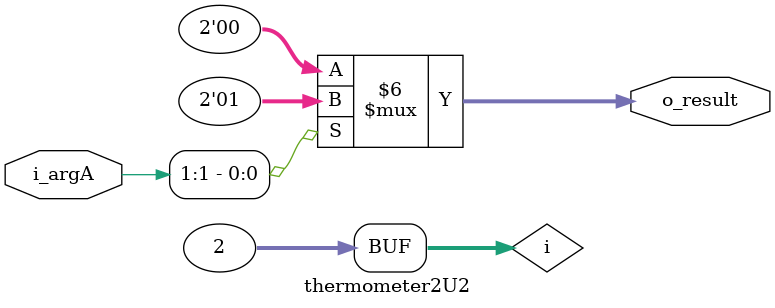
<source format=sv>
module thermometer2U2(i_argA, o_result);
    parameter LEN = 2;
    localparam BITS = $clog2(LEN);
    input logic  [LEN-1:0] i_argA;
    output logic [LEN-1:0] o_result;
    
    integer i;

    always @(*)
    begin
        o_result = '0;
        for ( i=0; i < LEN; i = i+1)
            if (i_argA[i] == 1'b1)
                o_result = i;
    end
endmodule

</source>
